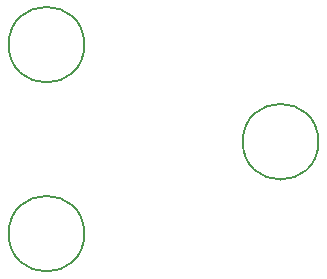
<source format=gbr>
%TF.GenerationSoftware,KiCad,Pcbnew,8.0.5*%
%TF.CreationDate,2025-01-14T10:13:25+01:00*%
%TF.ProjectId,SinglePoint,53696e67-6c65-4506-9f69-6e742e6b6963,rev?*%
%TF.SameCoordinates,Original*%
%TF.FileFunction,Other,Comment*%
%FSLAX46Y46*%
G04 Gerber Fmt 4.6, Leading zero omitted, Abs format (unit mm)*
G04 Created by KiCad (PCBNEW 8.0.5) date 2025-01-14 10:13:25*
%MOMM*%
%LPD*%
G01*
G04 APERTURE LIST*
%ADD10C,0.150000*%
G04 APERTURE END LIST*
D10*
%TO.C,REF\u002A\u002A*%
X55019000Y-61216000D02*
G75*
G02*
X48619000Y-61216000I-3200000J0D01*
G01*
X48619000Y-61216000D02*
G75*
G02*
X55019000Y-61216000I3200000J0D01*
G01*
X35200000Y-53000000D02*
G75*
G02*
X28800000Y-53000000I-3200000J0D01*
G01*
X28800000Y-53000000D02*
G75*
G02*
X35200000Y-53000000I3200000J0D01*
G01*
X35200000Y-69000000D02*
G75*
G02*
X28800000Y-69000000I-3200000J0D01*
G01*
X28800000Y-69000000D02*
G75*
G02*
X35200000Y-69000000I3200000J0D01*
G01*
%TD*%
M02*

</source>
